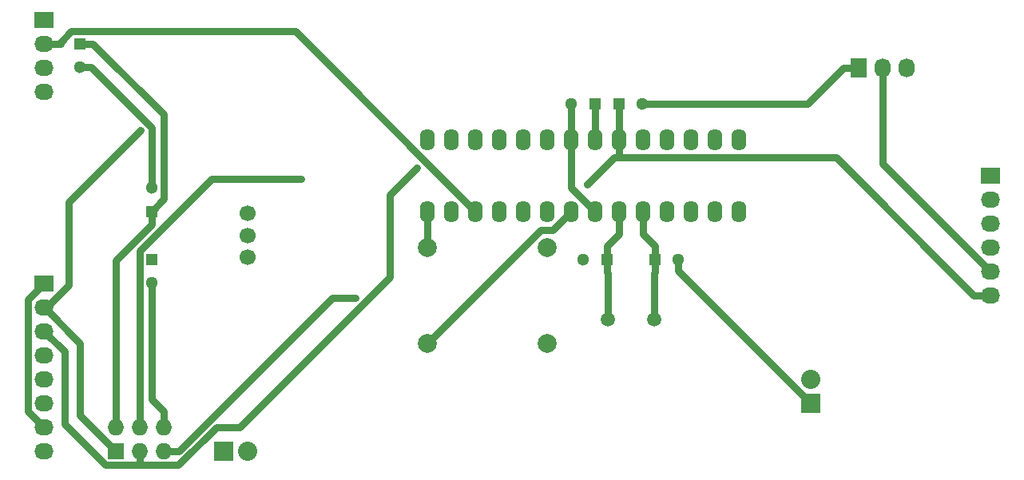
<source format=gtl>
G04 #@! TF.FileFunction,Copper,L1,Top,Signal*
%FSLAX46Y46*%
G04 Gerber Fmt 4.6, Leading zero omitted, Abs format (unit mm)*
G04 Created by KiCad (PCBNEW (2015-10-31 BZR 6288)-product) date Sunday, February 14, 2016 'AMt' 12:13:45 AM*
%MOMM*%
G01*
G04 APERTURE LIST*
%ADD10C,0.100000*%
%ADD11R,1.300000X1.300000*%
%ADD12C,1.300000*%
%ADD13O,1.600000X2.300000*%
%ADD14R,1.727200X2.032000*%
%ADD15O,1.727200X2.032000*%
%ADD16R,2.032000X1.727200*%
%ADD17O,2.032000X1.727200*%
%ADD18R,1.727200X1.727200*%
%ADD19O,1.727200X1.727200*%
%ADD20R,2.032000X2.032000*%
%ADD21O,2.032000X2.032000*%
%ADD22C,1.998980*%
%ADD23C,1.501140*%
%ADD24C,1.699260*%
%ADD25C,0.700000*%
%ADD26C,0.750000*%
G04 APERTURE END LIST*
D10*
D11*
X182880000Y-88900000D03*
D12*
X185380000Y-88900000D03*
D11*
X125730000Y-82550000D03*
D12*
X125730000Y-85050000D03*
D11*
X180340000Y-88900000D03*
D12*
X177840000Y-88900000D03*
D11*
X186690000Y-105410000D03*
D12*
X189190000Y-105410000D03*
D11*
X181610000Y-105410000D03*
D12*
X179110000Y-105410000D03*
D11*
X133350000Y-105410000D03*
D12*
X133350000Y-107910000D03*
D11*
X133350000Y-100330000D03*
D12*
X133350000Y-97830000D03*
D13*
X162560000Y-100330000D03*
X165100000Y-100330000D03*
X167640000Y-100330000D03*
X170180000Y-100330000D03*
X172720000Y-100330000D03*
X175260000Y-100330000D03*
X177800000Y-100330000D03*
X180340000Y-100330000D03*
X182880000Y-100330000D03*
X185420000Y-100330000D03*
X187960000Y-100330000D03*
X190500000Y-100330000D03*
X193040000Y-100330000D03*
X195580000Y-100330000D03*
X195580000Y-92710000D03*
X193040000Y-92710000D03*
X190500000Y-92710000D03*
X187960000Y-92710000D03*
X185420000Y-92710000D03*
X182880000Y-92710000D03*
X180340000Y-92710000D03*
X177800000Y-92710000D03*
X175260000Y-92710000D03*
X172720000Y-92710000D03*
X170180000Y-92710000D03*
X167640000Y-92710000D03*
X165100000Y-92710000D03*
X162560000Y-92710000D03*
D14*
X208280000Y-85090000D03*
D15*
X210820000Y-85090000D03*
X213360000Y-85090000D03*
D16*
X121920000Y-80010000D03*
D17*
X121920000Y-82550000D03*
X121920000Y-85090000D03*
X121920000Y-87630000D03*
D16*
X121920000Y-107950000D03*
D17*
X121920000Y-110490000D03*
X121920000Y-113030000D03*
X121920000Y-115570000D03*
X121920000Y-118110000D03*
X121920000Y-120650000D03*
X121920000Y-123190000D03*
X121920000Y-125730000D03*
D16*
X222250000Y-96520000D03*
D17*
X222250000Y-99060000D03*
X222250000Y-101600000D03*
X222250000Y-104140000D03*
X222250000Y-106680000D03*
X222250000Y-109220000D03*
D18*
X129540000Y-125730000D03*
D19*
X129540000Y-123190000D03*
X132080000Y-125730000D03*
X132080000Y-123190000D03*
X134620000Y-125730000D03*
X134620000Y-123190000D03*
D20*
X203200000Y-120650000D03*
D21*
X203200000Y-118110000D03*
D20*
X140970000Y-125730000D03*
D21*
X143510000Y-125730000D03*
D22*
X162560000Y-104140000D03*
X162560000Y-114300000D03*
X175260000Y-114300000D03*
X175260000Y-104140000D03*
D23*
X181709060Y-111760000D03*
X186590940Y-111760000D03*
D24*
X143510000Y-102870000D03*
X143510000Y-100578920D03*
X143510000Y-105161080D03*
D25*
X179456400Y-97518600D03*
X154980800Y-109484600D03*
X149152900Y-96892200D03*
X132201200Y-91706900D03*
X161460900Y-95712000D03*
D26*
X182880000Y-92710000D02*
X182880000Y-88900000D01*
X125730000Y-82550000D02*
X127130000Y-82550000D01*
X175819700Y-102310300D02*
X177800000Y-100330000D01*
X174549700Y-102310300D02*
X175819700Y-102310300D01*
X162560000Y-114300000D02*
X174549700Y-102310300D01*
X182365000Y-94610000D02*
X182880000Y-94610000D01*
X179456400Y-97518600D02*
X182365000Y-94610000D01*
X182880000Y-92710000D02*
X182880000Y-94610000D01*
X205874000Y-94610000D02*
X182880000Y-94610000D01*
X220484000Y-109220000D02*
X205874000Y-94610000D01*
X222250000Y-109220000D02*
X220484000Y-109220000D01*
X134634700Y-99045300D02*
X133350000Y-100330000D01*
X134634700Y-90054700D02*
X134634700Y-99045300D01*
X127130000Y-82550000D02*
X134634700Y-90054700D01*
X129540000Y-105540000D02*
X129540000Y-123190000D01*
X133350000Y-101730000D02*
X129540000Y-105540000D01*
X133350000Y-100330000D02*
X133350000Y-101730000D01*
X133350000Y-120306400D02*
X133350000Y-107910000D01*
X134620000Y-121576400D02*
X133350000Y-120306400D01*
X134620000Y-123190000D02*
X134620000Y-121576400D01*
X177800000Y-88940000D02*
X177840000Y-88900000D01*
X177800000Y-92710000D02*
X177800000Y-88940000D01*
X177800000Y-97790000D02*
X177800000Y-92710000D01*
X180340000Y-100330000D02*
X177800000Y-97790000D01*
X120228800Y-109641200D02*
X121920000Y-107950000D01*
X120228800Y-121498800D02*
X120228800Y-109641200D01*
X121920000Y-123190000D02*
X120228800Y-121498800D01*
X189190000Y-106640000D02*
X203200000Y-120650000D01*
X189190000Y-105410000D02*
X189190000Y-106640000D01*
X126958900Y-85050000D02*
X125730000Y-85050000D01*
X133350000Y-91441100D02*
X126958900Y-85050000D01*
X133350000Y-97830000D02*
X133350000Y-91441100D01*
X202856400Y-88900000D02*
X206666400Y-85090000D01*
X185380000Y-88900000D02*
X202856400Y-88900000D01*
X208280000Y-85090000D02*
X206666400Y-85090000D01*
X180340000Y-92710000D02*
X180340000Y-88900000D01*
X186590900Y-106909100D02*
X186690000Y-106810000D01*
X186590900Y-111760000D02*
X186590900Y-106909100D01*
X186690000Y-105410000D02*
X186690000Y-106810000D01*
X185420000Y-102740000D02*
X186690000Y-104010000D01*
X185420000Y-100330000D02*
X185420000Y-102740000D01*
X186690000Y-105410000D02*
X186690000Y-104010000D01*
X181709100Y-106909100D02*
X181610000Y-106810000D01*
X181709100Y-111760000D02*
X181709100Y-106909100D01*
X181610000Y-105410000D02*
X181610000Y-106810000D01*
X182880000Y-102740000D02*
X181610000Y-104010000D01*
X182880000Y-100330000D02*
X182880000Y-102740000D01*
X181610000Y-105410000D02*
X181610000Y-104010000D01*
X162560000Y-100330000D02*
X162560000Y-104140000D01*
X152479000Y-109484600D02*
X136233600Y-125730000D01*
X154980800Y-109484600D02*
X152479000Y-109484600D01*
X134620000Y-125730000D02*
X136233600Y-125730000D01*
X148584600Y-81274600D02*
X167640000Y-100330000D01*
X124817500Y-81274600D02*
X148584600Y-81274600D01*
X123686000Y-82406100D02*
X124817500Y-81274600D01*
X123686000Y-82550000D02*
X123686000Y-82406100D01*
X121920000Y-82550000D02*
X123686000Y-82550000D01*
X139677500Y-96892200D02*
X149152900Y-96892200D01*
X132074600Y-104495100D02*
X139677500Y-96892200D01*
X132074600Y-121571000D02*
X132074600Y-104495100D01*
X132080000Y-121576400D02*
X132074600Y-121571000D01*
X132080000Y-123190000D02*
X132080000Y-121576400D01*
X124522300Y-108178600D02*
X122065500Y-110635400D01*
X124522300Y-99385800D02*
X124522300Y-108178600D01*
X132201200Y-91706900D02*
X124522300Y-99385800D01*
X125760900Y-114330900D02*
X122065500Y-110635400D01*
X125760900Y-121950900D02*
X125760900Y-114330900D01*
X129540000Y-125730000D02*
X125760900Y-121950900D01*
X122065500Y-110635400D02*
X121920000Y-110490000D01*
X132080000Y-125730000D02*
X132080000Y-127031100D01*
X128402200Y-127230400D02*
X132080000Y-127230400D01*
X124096300Y-122924500D02*
X128402200Y-127230400D01*
X124096300Y-115206300D02*
X124096300Y-122924500D01*
X121920000Y-113030000D02*
X124096300Y-115206300D01*
X132080000Y-127230400D02*
X132080000Y-127031100D01*
X158618300Y-98554600D02*
X161460900Y-95712000D01*
X158618300Y-107282400D02*
X158618300Y-98554600D01*
X142701500Y-123199200D02*
X158618300Y-107282400D01*
X140179100Y-123199200D02*
X142701500Y-123199200D01*
X136147900Y-127230400D02*
X140179100Y-123199200D01*
X132080000Y-127230400D02*
X136147900Y-127230400D01*
X210820000Y-95250000D02*
X210820000Y-85090000D01*
X222250000Y-106680000D02*
X210820000Y-95250000D01*
M02*

</source>
